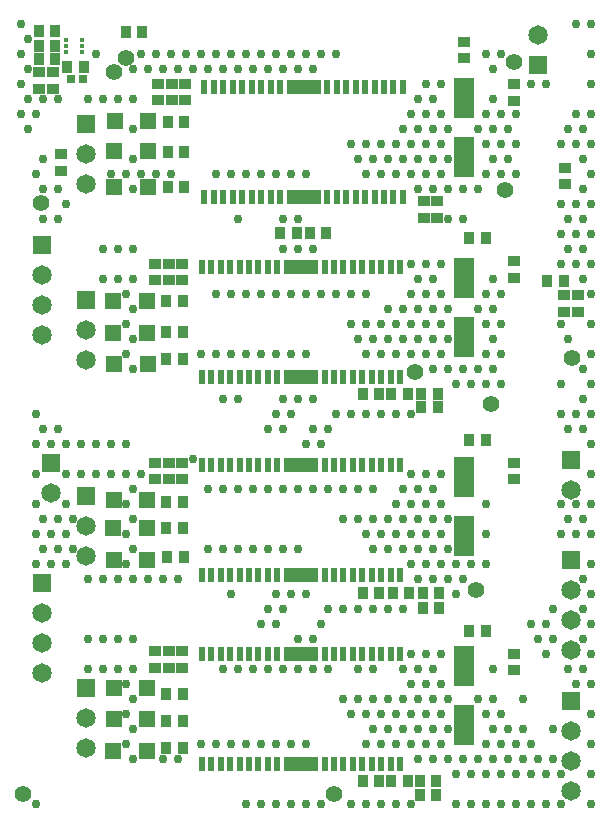
<source format=gts>
G04*
G04 #@! TF.GenerationSoftware,Altium Limited,Altium Designer,20.2.4 (192)*
G04*
G04 Layer_Color=8388736*
%FSLAX25Y25*%
%MOIN*%
G70*
G04*
G04 #@! TF.SameCoordinates,3D83C255-6E39-4F9F-9407-39FC17F4EAEB*
G04*
G04*
G04 #@! TF.FilePolarity,Negative*
G04*
G01*
G75*
%ADD13R,0.01968X0.04724*%
%ADD14R,0.11417X0.04724*%
%ADD18R,0.01772X0.01181*%
%ADD22R,0.03740X0.04134*%
%ADD23R,0.04134X0.03740*%
%ADD24R,0.02953X0.02559*%
%ADD25R,0.05315X0.05315*%
%ADD26R,0.05315X0.05315*%
%ADD27R,0.06890X0.13189*%
%ADD28C,0.06496*%
%ADD29R,0.06496X0.06496*%
%ADD30C,0.02953*%
%ADD31C,0.05591*%
D13*
X126272Y207693D02*
D03*
X123122Y244307D02*
D03*
X66429Y207693D02*
D03*
X69579D02*
D03*
X72728D02*
D03*
X75878D02*
D03*
X79028D02*
D03*
X82177D02*
D03*
X85327D02*
D03*
X88476D02*
D03*
X91626D02*
D03*
X107374D02*
D03*
X110524D02*
D03*
X113673D02*
D03*
X116823D02*
D03*
X119972D02*
D03*
X123122D02*
D03*
X129421D02*
D03*
X132571D02*
D03*
Y244307D02*
D03*
X129421D02*
D03*
X126272D02*
D03*
X119972D02*
D03*
X116823D02*
D03*
X113673D02*
D03*
X110524D02*
D03*
X107374D02*
D03*
X91626D02*
D03*
X88476D02*
D03*
X85327D02*
D03*
X82177D02*
D03*
X79028D02*
D03*
X75878D02*
D03*
X72728D02*
D03*
X69579D02*
D03*
X66429D02*
D03*
X65508Y184301D02*
D03*
X68657D02*
D03*
X71807D02*
D03*
X74957D02*
D03*
X78106D02*
D03*
X81256D02*
D03*
X84405D02*
D03*
X87555D02*
D03*
X90705D02*
D03*
X106453D02*
D03*
X109602D02*
D03*
X112752D02*
D03*
X115902D02*
D03*
X119051D02*
D03*
X122201D02*
D03*
X125350D02*
D03*
X128500D02*
D03*
X131650D02*
D03*
Y147687D02*
D03*
X128500D02*
D03*
X125350D02*
D03*
X122201D02*
D03*
X119051D02*
D03*
X115902D02*
D03*
X112752D02*
D03*
X109602D02*
D03*
X106453D02*
D03*
X90705D02*
D03*
X87555D02*
D03*
X84405D02*
D03*
X81256D02*
D03*
X78106D02*
D03*
X74957D02*
D03*
X71807D02*
D03*
X68657D02*
D03*
X65508D02*
D03*
X125350Y81469D02*
D03*
X122201Y118083D02*
D03*
X65508Y81469D02*
D03*
X68657D02*
D03*
X71807D02*
D03*
X74957D02*
D03*
X78106D02*
D03*
X81256D02*
D03*
X84405D02*
D03*
X87555D02*
D03*
X90705D02*
D03*
X106453D02*
D03*
X109602D02*
D03*
X112752D02*
D03*
X115902D02*
D03*
X119051D02*
D03*
X122201D02*
D03*
X128500D02*
D03*
X131650D02*
D03*
Y118083D02*
D03*
X128500D02*
D03*
X125350D02*
D03*
X119051D02*
D03*
X115902D02*
D03*
X112752D02*
D03*
X109602D02*
D03*
X106453D02*
D03*
X90705D02*
D03*
X87555D02*
D03*
X84405D02*
D03*
X81256D02*
D03*
X78106D02*
D03*
X74957D02*
D03*
X71807D02*
D03*
X68657D02*
D03*
X65508D02*
D03*
Y55152D02*
D03*
X68657D02*
D03*
X71807D02*
D03*
X74957D02*
D03*
X78106D02*
D03*
X81256D02*
D03*
X84405D02*
D03*
X87555D02*
D03*
X90705D02*
D03*
X106453D02*
D03*
X109602D02*
D03*
X112752D02*
D03*
X115902D02*
D03*
X119051D02*
D03*
X122201D02*
D03*
X125350D02*
D03*
X128500D02*
D03*
X131650D02*
D03*
Y18538D02*
D03*
X128500D02*
D03*
X125350D02*
D03*
X122201D02*
D03*
X119051D02*
D03*
X115902D02*
D03*
X112752D02*
D03*
X109602D02*
D03*
X106453D02*
D03*
X90705D02*
D03*
X87555D02*
D03*
X84405D02*
D03*
X81256D02*
D03*
X78106D02*
D03*
X74957D02*
D03*
X71807D02*
D03*
X68657D02*
D03*
X65508D02*
D03*
D14*
X99500Y207693D02*
D03*
Y244307D02*
D03*
X98579Y184301D02*
D03*
Y147687D02*
D03*
Y81469D02*
D03*
Y118083D02*
D03*
Y55152D02*
D03*
Y18538D02*
D03*
D18*
X25667Y255872D02*
D03*
Y257840D02*
D03*
Y259808D02*
D03*
X20352D02*
D03*
Y257840D02*
D03*
Y255872D02*
D03*
D22*
X134256Y12787D02*
D03*
X128744D02*
D03*
X134756Y75500D02*
D03*
X129244D02*
D03*
X143756Y12787D02*
D03*
X138244D02*
D03*
X144756Y75500D02*
D03*
X139244D02*
D03*
X138244Y8287D02*
D03*
X143756D02*
D03*
X139244Y70500D02*
D03*
X144756D02*
D03*
X144256Y137500D02*
D03*
X138744D02*
D03*
X144256Y142000D02*
D03*
X138744D02*
D03*
X134256D02*
D03*
X128744D02*
D03*
X101575Y195669D02*
D03*
X107087D02*
D03*
X154744Y63000D02*
D03*
X160256D02*
D03*
X154744Y126500D02*
D03*
X160256D02*
D03*
X154744Y194000D02*
D03*
X160256D02*
D03*
X45634Y262500D02*
D03*
X40122D02*
D03*
X186256Y179500D02*
D03*
X180744D02*
D03*
X53744Y42000D02*
D03*
X59256D02*
D03*
Y32787D02*
D03*
X53744D02*
D03*
X59256Y24012D02*
D03*
X53744D02*
D03*
Y106000D02*
D03*
X59256D02*
D03*
X53744Y97075D02*
D03*
X59256D02*
D03*
X53937Y87402D02*
D03*
X59449D02*
D03*
X53744Y172894D02*
D03*
X59256D02*
D03*
X53744Y162681D02*
D03*
X59256D02*
D03*
X53744Y153618D02*
D03*
X59256D02*
D03*
X54244Y232500D02*
D03*
X59756D02*
D03*
X54244Y222394D02*
D03*
X59756D02*
D03*
X97244Y195669D02*
D03*
X91732D02*
D03*
X119244Y142000D02*
D03*
X124756D02*
D03*
X119244Y75500D02*
D03*
X124756D02*
D03*
Y12787D02*
D03*
X119244D02*
D03*
X16667Y258000D02*
D03*
X11155D02*
D03*
X54244Y210968D02*
D03*
X59756D02*
D03*
X11155Y253500D02*
D03*
X16667D02*
D03*
X11155Y262894D02*
D03*
X16667D02*
D03*
X26256Y251000D02*
D03*
X20744D02*
D03*
D23*
X139500Y200532D02*
D03*
Y206043D02*
D03*
X144000Y200532D02*
D03*
Y206043D02*
D03*
X153000Y253744D02*
D03*
Y259256D02*
D03*
X51000Y245256D02*
D03*
Y239744D02*
D03*
X55500Y239744D02*
D03*
Y245256D02*
D03*
X186221Y169291D02*
D03*
Y174803D02*
D03*
X191000Y169244D02*
D03*
Y174756D02*
D03*
X50000Y185256D02*
D03*
Y179744D02*
D03*
Y119000D02*
D03*
Y113488D02*
D03*
X50000Y50532D02*
D03*
Y56043D02*
D03*
X54500Y179744D02*
D03*
Y185256D02*
D03*
Y113488D02*
D03*
Y119000D02*
D03*
X54500Y56043D02*
D03*
Y50532D02*
D03*
X60000Y239744D02*
D03*
Y245256D02*
D03*
X59000Y179744D02*
D03*
Y185256D02*
D03*
Y113488D02*
D03*
Y119000D02*
D03*
Y56043D02*
D03*
Y50532D02*
D03*
X186500Y217256D02*
D03*
Y211744D02*
D03*
X18500Y221756D02*
D03*
Y216244D02*
D03*
X11352Y243616D02*
D03*
Y249127D02*
D03*
X15852Y243616D02*
D03*
Y249127D02*
D03*
X169500Y239681D02*
D03*
Y245193D02*
D03*
Y180675D02*
D03*
Y186187D02*
D03*
Y113457D02*
D03*
Y118969D02*
D03*
Y49744D02*
D03*
Y55256D02*
D03*
D24*
X22031Y247000D02*
D03*
X25969D02*
D03*
D25*
X36106Y43787D02*
D03*
Y33543D02*
D03*
X35976Y22799D02*
D03*
X36106Y106500D02*
D03*
X35976Y97043D02*
D03*
X36102Y86614D02*
D03*
X35976Y172992D02*
D03*
Y162256D02*
D03*
X36220Y151969D02*
D03*
X36500Y233000D02*
D03*
X36370Y222756D02*
D03*
Y210937D02*
D03*
D26*
X47366Y43787D02*
D03*
Y33543D02*
D03*
X47236Y22799D02*
D03*
X47366Y106500D02*
D03*
X47236Y97043D02*
D03*
X47362Y86614D02*
D03*
X47236Y172992D02*
D03*
Y162256D02*
D03*
X47480Y151969D02*
D03*
X47760Y233000D02*
D03*
X47630Y222756D02*
D03*
Y210937D02*
D03*
D27*
X153000Y220783D02*
D03*
Y240469D02*
D03*
Y160778D02*
D03*
Y180463D02*
D03*
Y94559D02*
D03*
Y114244D02*
D03*
Y51319D02*
D03*
Y31634D02*
D03*
D28*
X188500Y110000D02*
D03*
X177713Y261500D02*
D03*
X188500Y56500D02*
D03*
Y66500D02*
D03*
Y76500D02*
D03*
X12425Y49000D02*
D03*
Y59000D02*
D03*
Y69000D02*
D03*
Y161500D02*
D03*
Y171500D02*
D03*
Y181500D02*
D03*
X27000Y23862D02*
D03*
Y33862D02*
D03*
Y97713D02*
D03*
Y87713D02*
D03*
Y163075D02*
D03*
Y153075D02*
D03*
Y222000D02*
D03*
Y212000D02*
D03*
X188500Y29500D02*
D03*
Y19500D02*
D03*
Y9500D02*
D03*
X15106Y109000D02*
D03*
D29*
X188500Y120000D02*
D03*
X177713Y251500D02*
D03*
X188500Y86500D02*
D03*
X12425Y79000D02*
D03*
Y191500D02*
D03*
X27000Y43862D02*
D03*
Y107713D02*
D03*
Y173075D02*
D03*
Y232000D02*
D03*
X188500Y39500D02*
D03*
X15106Y119000D02*
D03*
D30*
X195250Y265250D02*
D03*
Y255250D02*
D03*
Y245250D02*
D03*
Y235250D02*
D03*
Y225250D02*
D03*
Y215250D02*
D03*
Y205250D02*
D03*
Y195250D02*
D03*
Y185250D02*
D03*
Y175250D02*
D03*
Y165250D02*
D03*
Y155250D02*
D03*
Y145250D02*
D03*
Y135250D02*
D03*
Y125250D02*
D03*
Y115250D02*
D03*
Y105250D02*
D03*
Y95250D02*
D03*
Y85250D02*
D03*
Y75250D02*
D03*
Y65250D02*
D03*
Y55250D02*
D03*
Y45250D02*
D03*
Y35250D02*
D03*
Y25250D02*
D03*
Y15250D02*
D03*
Y5250D02*
D03*
X190250Y265250D02*
D03*
Y235250D02*
D03*
X192750Y230250D02*
D03*
X190250Y225250D02*
D03*
X192750Y220250D02*
D03*
Y210250D02*
D03*
X190250Y205250D02*
D03*
X192750Y200250D02*
D03*
X190250Y195250D02*
D03*
X192750Y190250D02*
D03*
X190250Y185250D02*
D03*
X192750Y180250D02*
D03*
Y150250D02*
D03*
Y140250D02*
D03*
X190250Y135250D02*
D03*
X192750Y130250D02*
D03*
X190250Y105250D02*
D03*
X192750Y100250D02*
D03*
X190250Y95250D02*
D03*
X192750Y80250D02*
D03*
Y70250D02*
D03*
Y60250D02*
D03*
Y50250D02*
D03*
X190250Y45250D02*
D03*
X187750Y230250D02*
D03*
X185250Y225250D02*
D03*
Y205250D02*
D03*
X187750Y200250D02*
D03*
X185250Y195250D02*
D03*
X187750Y190250D02*
D03*
X185250Y185250D02*
D03*
Y165250D02*
D03*
X187750Y160250D02*
D03*
X185250Y145250D02*
D03*
Y135250D02*
D03*
X187750Y130250D02*
D03*
X185250Y105250D02*
D03*
X187750Y100250D02*
D03*
X185250Y95250D02*
D03*
X187750Y50250D02*
D03*
X185250Y15250D02*
D03*
Y5250D02*
D03*
X180250Y245250D02*
D03*
X182750Y70250D02*
D03*
X180250Y65250D02*
D03*
X182750Y60250D02*
D03*
X180250Y55250D02*
D03*
X182750Y30250D02*
D03*
Y20250D02*
D03*
X180250Y15250D02*
D03*
Y5250D02*
D03*
X175250Y245250D02*
D03*
Y65250D02*
D03*
X177750Y60250D02*
D03*
X175250Y25250D02*
D03*
X177750Y20250D02*
D03*
X175250Y15250D02*
D03*
Y5250D02*
D03*
X170250Y235250D02*
D03*
Y225250D02*
D03*
Y215250D02*
D03*
X172750Y40250D02*
D03*
Y30250D02*
D03*
X170250Y25250D02*
D03*
X172750Y20250D02*
D03*
X170250Y15250D02*
D03*
Y5250D02*
D03*
X165250Y255250D02*
D03*
Y235250D02*
D03*
X167750Y230250D02*
D03*
X165250Y225250D02*
D03*
X167750Y220250D02*
D03*
X165250Y215250D02*
D03*
Y175250D02*
D03*
Y165250D02*
D03*
Y155250D02*
D03*
Y145250D02*
D03*
Y35250D02*
D03*
X167750Y30250D02*
D03*
X165250Y25250D02*
D03*
X167750Y20250D02*
D03*
X165250Y15250D02*
D03*
Y5250D02*
D03*
X160250Y255250D02*
D03*
X162750Y250250D02*
D03*
Y240250D02*
D03*
X160250Y235250D02*
D03*
X162750Y230250D02*
D03*
X160250Y225250D02*
D03*
X162750Y220250D02*
D03*
X160250Y215250D02*
D03*
X162750Y180250D02*
D03*
X160250Y175250D02*
D03*
X162750Y170250D02*
D03*
X160250Y165250D02*
D03*
X162750Y160250D02*
D03*
X160250Y155250D02*
D03*
X162750Y150250D02*
D03*
X160250Y145250D02*
D03*
Y105250D02*
D03*
Y95250D02*
D03*
Y85250D02*
D03*
X162750Y50250D02*
D03*
Y40250D02*
D03*
X160250Y35250D02*
D03*
X162750Y30250D02*
D03*
X160250Y25250D02*
D03*
X162750Y20250D02*
D03*
X160250Y15250D02*
D03*
Y5250D02*
D03*
X157750Y230250D02*
D03*
Y210250D02*
D03*
Y170250D02*
D03*
Y150250D02*
D03*
X155250Y145250D02*
D03*
Y85250D02*
D03*
X157750Y40250D02*
D03*
Y20250D02*
D03*
X155250Y15250D02*
D03*
Y5250D02*
D03*
X152750Y210250D02*
D03*
Y200250D02*
D03*
Y150250D02*
D03*
X150250Y145250D02*
D03*
Y85250D02*
D03*
X152750Y80250D02*
D03*
X150250Y75250D02*
D03*
X152750Y20250D02*
D03*
X150250Y15250D02*
D03*
Y5250D02*
D03*
X145250Y245250D02*
D03*
Y235250D02*
D03*
X147750Y230250D02*
D03*
X145250Y225250D02*
D03*
X147750Y220250D02*
D03*
X145250Y215250D02*
D03*
X147750Y210250D02*
D03*
Y200250D02*
D03*
X145250Y185250D02*
D03*
Y175250D02*
D03*
X147750Y170250D02*
D03*
X145250Y165250D02*
D03*
X147750Y160250D02*
D03*
X145250Y155250D02*
D03*
X147750Y150250D02*
D03*
X145250Y115250D02*
D03*
Y105250D02*
D03*
X147750Y100250D02*
D03*
X145250Y95250D02*
D03*
X147750Y90250D02*
D03*
X145250Y85250D02*
D03*
X147750Y80250D02*
D03*
X145250Y55250D02*
D03*
Y45250D02*
D03*
X147750Y40250D02*
D03*
X145250Y35250D02*
D03*
X147750Y30250D02*
D03*
X145250Y25250D02*
D03*
X147750Y20250D02*
D03*
X140250Y245250D02*
D03*
X142750Y240250D02*
D03*
X140250Y235250D02*
D03*
X142750Y230250D02*
D03*
X140250Y225250D02*
D03*
X142750Y220250D02*
D03*
X140250Y215250D02*
D03*
X142750Y210250D02*
D03*
X140250Y185250D02*
D03*
X142750Y180250D02*
D03*
X140250Y175250D02*
D03*
X142750Y170250D02*
D03*
X140250Y165250D02*
D03*
X142750Y160250D02*
D03*
X140250Y155250D02*
D03*
X142750Y150250D02*
D03*
X140250Y115250D02*
D03*
X142750Y110250D02*
D03*
X140250Y105250D02*
D03*
X142750Y100250D02*
D03*
X140250Y95250D02*
D03*
X142750Y90250D02*
D03*
X140250Y85250D02*
D03*
X142750Y80250D02*
D03*
X140250Y55250D02*
D03*
X142750Y50250D02*
D03*
X140250Y45250D02*
D03*
X142750Y40250D02*
D03*
X140250Y35250D02*
D03*
X142750Y30250D02*
D03*
X140250Y25250D02*
D03*
X142750Y20250D02*
D03*
X137750Y240250D02*
D03*
X135250Y235250D02*
D03*
X137750Y230250D02*
D03*
X135250Y225250D02*
D03*
X137750Y220250D02*
D03*
X135250Y215250D02*
D03*
X137750Y210250D02*
D03*
X135250Y185250D02*
D03*
X137750Y180250D02*
D03*
X135250Y175250D02*
D03*
X137750Y170250D02*
D03*
X135250Y165250D02*
D03*
X137750Y160250D02*
D03*
X135250Y155250D02*
D03*
Y135250D02*
D03*
Y115250D02*
D03*
X137750Y110250D02*
D03*
X135250Y105250D02*
D03*
X137750Y100250D02*
D03*
X135250Y95250D02*
D03*
X137750Y90250D02*
D03*
X135250Y85250D02*
D03*
X137750Y80250D02*
D03*
X135250Y55250D02*
D03*
X137750Y50250D02*
D03*
X135250Y45250D02*
D03*
X137750Y40250D02*
D03*
X135250Y35250D02*
D03*
X137750Y30250D02*
D03*
X135250Y25250D02*
D03*
X137750Y20250D02*
D03*
X135250Y5250D02*
D03*
X132750Y230250D02*
D03*
X130250Y225250D02*
D03*
X132750Y220250D02*
D03*
X130250Y215250D02*
D03*
X132750Y170250D02*
D03*
X130250Y165250D02*
D03*
X132750Y160250D02*
D03*
X130250Y155250D02*
D03*
Y135250D02*
D03*
X132750Y110250D02*
D03*
X130250Y105250D02*
D03*
X132750Y100250D02*
D03*
X130250Y95250D02*
D03*
X132750Y90250D02*
D03*
Y70250D02*
D03*
Y50250D02*
D03*
Y40250D02*
D03*
X130250Y35250D02*
D03*
X132750Y30250D02*
D03*
X130250Y25250D02*
D03*
Y5250D02*
D03*
X125250Y225250D02*
D03*
X127750Y220250D02*
D03*
X125250Y215250D02*
D03*
X127750Y170250D02*
D03*
X125250Y165250D02*
D03*
X127750Y160250D02*
D03*
X125250Y155250D02*
D03*
Y135250D02*
D03*
X127750Y100250D02*
D03*
X125250Y95250D02*
D03*
X127750Y90250D02*
D03*
Y70250D02*
D03*
Y40250D02*
D03*
X125250Y35250D02*
D03*
X127750Y30250D02*
D03*
X125250Y25250D02*
D03*
Y5250D02*
D03*
X120250Y225250D02*
D03*
X122750Y220250D02*
D03*
X120250Y215250D02*
D03*
Y175250D02*
D03*
Y165250D02*
D03*
X122750Y160250D02*
D03*
X120250Y155250D02*
D03*
Y135250D02*
D03*
X122750Y110250D02*
D03*
Y100250D02*
D03*
X120250Y95250D02*
D03*
X122750Y90250D02*
D03*
Y70250D02*
D03*
Y50250D02*
D03*
Y40250D02*
D03*
X120250Y35250D02*
D03*
X122750Y30250D02*
D03*
X120250Y25250D02*
D03*
Y5250D02*
D03*
X115250Y225250D02*
D03*
X117750Y220250D02*
D03*
X115250Y175250D02*
D03*
Y165250D02*
D03*
X117750Y160250D02*
D03*
X115250Y135250D02*
D03*
X117750Y110250D02*
D03*
Y100250D02*
D03*
Y70250D02*
D03*
Y50250D02*
D03*
Y40250D02*
D03*
X115250Y35250D02*
D03*
Y5250D02*
D03*
X110250Y255250D02*
D03*
Y175250D02*
D03*
Y135250D02*
D03*
X112750Y110250D02*
D03*
Y100250D02*
D03*
Y70250D02*
D03*
Y40250D02*
D03*
X105250Y255250D02*
D03*
Y175250D02*
D03*
X107750Y130250D02*
D03*
X105250Y125250D02*
D03*
X107750Y110250D02*
D03*
Y70250D02*
D03*
X105250Y65250D02*
D03*
X107750Y50250D02*
D03*
X105250Y5250D02*
D03*
X100250Y255250D02*
D03*
X102750Y250250D02*
D03*
X100250Y215250D02*
D03*
X102750Y190250D02*
D03*
X100250Y175250D02*
D03*
Y155250D02*
D03*
X102750Y140250D02*
D03*
Y130250D02*
D03*
X100250Y125250D02*
D03*
X102750Y110250D02*
D03*
X100250Y75250D02*
D03*
X102750Y60250D02*
D03*
Y50250D02*
D03*
X100250Y25250D02*
D03*
Y5250D02*
D03*
X95250Y255250D02*
D03*
X97750Y250250D02*
D03*
X95250Y215250D02*
D03*
X97750Y200250D02*
D03*
Y190250D02*
D03*
X95250Y175250D02*
D03*
Y155250D02*
D03*
X97750Y140250D02*
D03*
X95250Y135250D02*
D03*
X97750Y110250D02*
D03*
Y90250D02*
D03*
X95250Y75250D02*
D03*
X97750Y60250D02*
D03*
Y50250D02*
D03*
X95250Y25250D02*
D03*
Y5250D02*
D03*
X90250Y255250D02*
D03*
X92750Y250250D02*
D03*
X90250Y215250D02*
D03*
X92750Y200250D02*
D03*
Y190250D02*
D03*
X90250Y175250D02*
D03*
Y155250D02*
D03*
X92750Y140250D02*
D03*
X90250Y135250D02*
D03*
X92750Y130250D02*
D03*
Y110250D02*
D03*
Y90250D02*
D03*
X90250Y75250D02*
D03*
X92750Y70250D02*
D03*
X90250Y65250D02*
D03*
X92750Y50250D02*
D03*
X90250Y25250D02*
D03*
Y5250D02*
D03*
X85250Y255250D02*
D03*
X87750Y250250D02*
D03*
X85250Y215250D02*
D03*
Y175250D02*
D03*
Y155250D02*
D03*
X87750Y130250D02*
D03*
Y110250D02*
D03*
Y90250D02*
D03*
Y70250D02*
D03*
X85250Y65250D02*
D03*
X87750Y50250D02*
D03*
X85250Y25250D02*
D03*
Y5250D02*
D03*
X80250Y255250D02*
D03*
X82750Y250250D02*
D03*
X80250Y215250D02*
D03*
Y175250D02*
D03*
Y155250D02*
D03*
X82750Y110250D02*
D03*
Y90250D02*
D03*
Y50250D02*
D03*
X80250Y25250D02*
D03*
Y5250D02*
D03*
X75250Y255250D02*
D03*
X77750Y250250D02*
D03*
X75250Y215250D02*
D03*
X77750Y200250D02*
D03*
X75250Y175250D02*
D03*
Y155250D02*
D03*
X77750Y140250D02*
D03*
Y110250D02*
D03*
Y90250D02*
D03*
X75250Y75250D02*
D03*
X77750Y50250D02*
D03*
X75250Y25250D02*
D03*
X70250Y255250D02*
D03*
X72750Y250250D02*
D03*
X70250Y215250D02*
D03*
Y175250D02*
D03*
Y155250D02*
D03*
X72750Y140250D02*
D03*
Y110250D02*
D03*
Y90250D02*
D03*
Y50250D02*
D03*
X70250Y25250D02*
D03*
X65250Y255250D02*
D03*
X67750Y250250D02*
D03*
X65250Y155250D02*
D03*
X67750Y110250D02*
D03*
Y90250D02*
D03*
X65250Y25250D02*
D03*
X60250Y255250D02*
D03*
X62750Y250250D02*
D03*
Y120250D02*
D03*
X55250Y255250D02*
D03*
X57750Y250250D02*
D03*
X55250Y215250D02*
D03*
X57750Y80250D02*
D03*
Y20250D02*
D03*
X50250Y255250D02*
D03*
X52750Y250250D02*
D03*
X50250Y215250D02*
D03*
X52750Y80250D02*
D03*
Y20250D02*
D03*
X45250Y255250D02*
D03*
X47750Y250250D02*
D03*
X45250Y215250D02*
D03*
Y115250D02*
D03*
X47750Y80250D02*
D03*
X42750Y250250D02*
D03*
Y240250D02*
D03*
Y230250D02*
D03*
Y220250D02*
D03*
X40250Y215250D02*
D03*
X42750Y210250D02*
D03*
Y190250D02*
D03*
Y180250D02*
D03*
X40250Y175250D02*
D03*
X42750Y170250D02*
D03*
X40250Y165250D02*
D03*
X42750Y160250D02*
D03*
X40250Y155250D02*
D03*
X42750Y150250D02*
D03*
X40250Y125250D02*
D03*
Y115250D02*
D03*
X42750Y110250D02*
D03*
X40250Y105250D02*
D03*
X42750Y100250D02*
D03*
X40250Y95250D02*
D03*
X42750Y90250D02*
D03*
X40250Y85250D02*
D03*
X42750Y80250D02*
D03*
Y60250D02*
D03*
Y50250D02*
D03*
X40250Y45250D02*
D03*
X42750Y40250D02*
D03*
X40250Y35250D02*
D03*
X42750Y30250D02*
D03*
X40250Y25250D02*
D03*
X42750Y20250D02*
D03*
X37750Y240250D02*
D03*
X35250Y215250D02*
D03*
X37750Y190250D02*
D03*
Y180250D02*
D03*
X35250Y125250D02*
D03*
Y115250D02*
D03*
X37750Y80250D02*
D03*
Y60250D02*
D03*
Y50250D02*
D03*
X30250Y255250D02*
D03*
X32750Y240250D02*
D03*
Y190250D02*
D03*
Y180250D02*
D03*
X30250Y125250D02*
D03*
Y115250D02*
D03*
X32750Y80250D02*
D03*
Y60250D02*
D03*
Y50250D02*
D03*
X27750Y240250D02*
D03*
X25250Y125250D02*
D03*
Y115250D02*
D03*
X27750Y80250D02*
D03*
Y60250D02*
D03*
Y50250D02*
D03*
X20250Y205250D02*
D03*
Y125250D02*
D03*
Y115250D02*
D03*
Y105250D02*
D03*
X22750Y100250D02*
D03*
X20250Y95250D02*
D03*
X22750Y90250D02*
D03*
X20250Y85250D02*
D03*
X17750Y240250D02*
D03*
Y210250D02*
D03*
Y200250D02*
D03*
Y130250D02*
D03*
X15250Y125250D02*
D03*
X17750Y100250D02*
D03*
X15250Y95250D02*
D03*
X17750Y90250D02*
D03*
X15250Y85250D02*
D03*
X12750Y240250D02*
D03*
X10250Y235250D02*
D03*
X12750Y220250D02*
D03*
X10250Y215250D02*
D03*
X12750Y210250D02*
D03*
Y200250D02*
D03*
X10250Y135250D02*
D03*
X12750Y130250D02*
D03*
X10250Y125250D02*
D03*
Y115250D02*
D03*
Y105250D02*
D03*
X12750Y100250D02*
D03*
X10250Y95250D02*
D03*
X12750Y90250D02*
D03*
X10250Y85250D02*
D03*
Y5250D02*
D03*
X5250Y265250D02*
D03*
X7750Y260250D02*
D03*
X5250Y255250D02*
D03*
X7750Y250250D02*
D03*
X5250Y245250D02*
D03*
X7750Y240250D02*
D03*
X5250Y235250D02*
D03*
X7750Y230250D02*
D03*
D31*
X36220Y249213D02*
D03*
X40157Y253937D02*
D03*
X12082Y205512D02*
D03*
X136458Y149219D02*
D03*
X5906Y8661D02*
D03*
X109449D02*
D03*
X188976Y153937D02*
D03*
X162000Y138500D02*
D03*
X157000Y76500D02*
D03*
X166500Y210000D02*
D03*
X169500Y252500D02*
D03*
M02*

</source>
